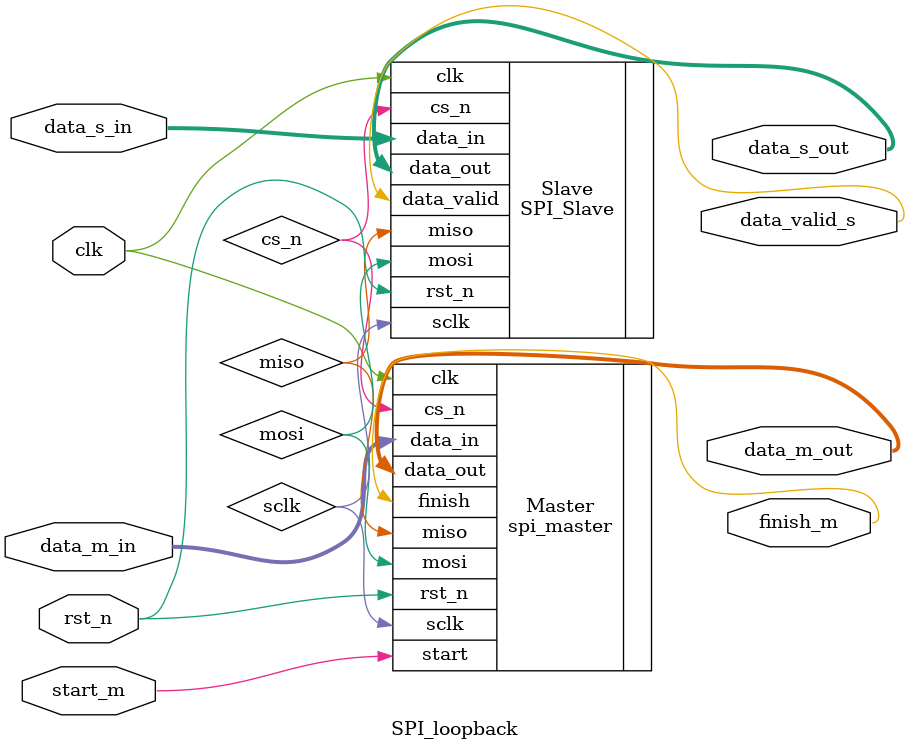
<source format=v>
`include "master.v"
`include "slave.v"

module SPI_loopback#(
	parameter	
        CLK_FREQUENCY	= 50_000_000,	        // system clk frequency
		SPI_FREQUENCY	= 5_000_000,	        // spi clk frequency
		DATA_WIDTH		= 8,	                // serial word length
		CPOL			= 1,	                // SPI mode selection (mode 0 default)
		CPHA			= 1					    // CPOL = clock polarity, CPHA = clock phase
    )   
    (
	input clk,
	input rst_n,
	input [DATA_WIDTH-1:0] data_m_in,
	input [DATA_WIDTH-1:0] data_s_in,
	input start_m,

	output finish_m,
	output [DATA_WIDTH-1:0] data_m_out,
	output [DATA_WIDTH-1:0] data_s_out,
	output data_valid_s	 
    );

    wire miso;
    wire mosi;
    wire cs_n;
    wire sclk;

    spi_master 
    #(
    	.CLK_FREQUENCY (CLK_FREQUENCY ),
    	.SPI_FREQUENCY (SPI_FREQUENCY ),
    	.DATA_WIDTH    (DATA_WIDTH    ),
    	.CPOL          (CPOL          ),
    	.CPHA          (CPHA          ) 
    )
    Master(
    	.clk      (clk      ),
    	.rst_n    (rst_n    ),
    	.data_in  (data_m_in  ),
    	.start    (start_m    ),
    	.miso     (miso     ),
    	.sclk     (sclk     ),
    	.cs_n     (cs_n     ),
    	.mosi     (mosi     ),
    	.finish   (finish_m   ),
    	.data_out (data_m_out )
    );

    SPI_Slave 
    #(
    	.CLK_FREQUENCY (CLK_FREQUENCY ),
    	.SPI_FREQUENCY (SPI_FREQUENCY ),
    	.DATA_WIDTH    (DATA_WIDTH    ),
    	.CPOL          (CPOL          ),
    	.CPHA          (CPHA          ) 
    )
    Slave(
    	.clk        (clk        ),
    	.rst_n      (rst_n      ),
    	.data_in    (data_s_in    ),
    	.sclk       (sclk       ),
    	.cs_n       (cs_n       ),
    	.mosi       (mosi       ),
    	.miso       (miso       ),
    	.data_valid (data_valid_s ),
    	.data_out   (data_s_out   )
    );

endmodule
</source>
